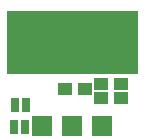
<source format=gbs>
G04 DipTrace Beta 2.3.5.2*
%INAmpWings.GBS*%
%MOIN*%
%ADD18R,0.025X0.05*%
%ADD30R,0.0473X0.0434*%
%ADD32R,0.067X0.067*%
%FSLAX44Y44*%
G04*
G70*
G90*
G75*
G01*
%LNBotMask*%
%LPD*%
D32*
X1240Y460D3*
X2240D3*
X3240D3*
D30*
X2680Y1670D3*
X2011D3*
X3870Y1380D3*
X3201D3*
X3870Y1840D3*
X3201D3*
D18*
X670Y430D3*
X316D3*
X360Y1140D3*
X714D3*
G36*
X90Y4280D2*
X4460D1*
Y2190D1*
X90D1*
Y4280D1*
G37*
M02*

</source>
